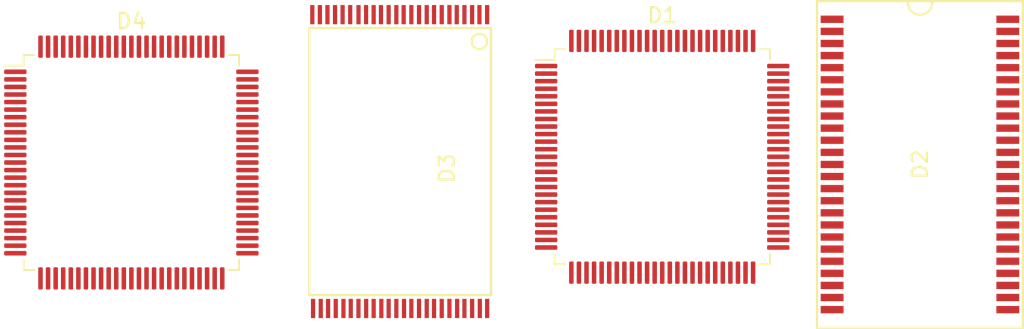
<source format=kicad_pcb>
(kicad_pcb (version 20211014) (generator pcbnew)
  (layers (0 "F.Cu" signal) (31 "B.Cu" signal) (34 "B.Paste" user) (35 "F.Paste" user) (36 "B.SilkS" user "B.Silkscreen") (37 "F.SilkS" user "F.Silkscreen") (38 "B.Mask" user) (39 "F.Mask" user) (44 "Edge.Cuts" user))
  (net 0 "")
  (net 1 "/A16")
  (net 2 "/A15")
  (net 3 "/A14")
  (net 4 "Net-(D1-Pad97)")
  (net 5 "/A13")
  (net 6 "/A12")
  (net 7 "/A11")
  (net 8 "/A10")
  (net 9 "/A9")
  (net 10 "/A8")
  (net 11 "/A7")
  (net 12 "/A6")
  (net 13 "/A5")
  (net 14 "/A4")
  (net 15 "/A3")
  (net 16 "/A2")
  (net 17 "/A1")
  (net 18 "/A0")
  (net 19 "Net-(D1-Pad81)")
  (net 20 "Net-(D1-Pad80)")
  (net 21 "Net-(D1-Pad79)")
  (net 22 "Net-(D1-Pad78)")
  (net 23 "Net-(D1-Pad77)")
  (net 24 "Net-(D1-Pad76)")
  (net 25 "Net-(D1-Pad58)")
  (net 26 "Net-(D1-Pad57)")
  (net 27 "Net-(D1-Pad56)")
  (net 28 "Net-(D1-Pad55)")
  (net 29 "Net-(D1-Pad54)")
  (net 30 "Net-(D1-Pad53)")
  (net 31 "Net-(D1-Pad52)")
  (net 32 "Net-(D1-Pad51)")
  (net 33 "Net-(D1-Pad50)")
  (net 34 "Net-(D1-Pad48)")
  (net 35 "Net-(D1-Pad47)")
  (net 36 "Net-(D1-Pad46)")
  (net 37 "Net-(D1-Pad45)")
  (net 38 "Net-(D1-Pad44)")
  (net 39 "Net-(D1-Pad43)")
  (net 40 "Net-(D1-Pad42)")
  (net 41 "Net-(D1-Pad41)")
  (net 42 "Net-(D1-Pad40)")
  (net 43 "Net-(D1-Pad39)")
  (net 44 "Net-(D1-Pad38)")
  (net 45 "Net-(D1-Pad37)")
  (net 46 "Net-(D1-Pad36)")
  (net 47 "Net-(D1-Pad35)")
  (net 48 "Net-(D1-Pad34)")
  (net 49 "Net-(D1-Pad33)")
  (net 50 "Net-(D1-Pad32)")
  (net 51 "Net-(D1-Pad30)")
  (net 52 "Net-(D1-Pad29)")
  (net 53 "Net-(D1-Pad28)")
  (net 54 "Net-(D1-Pad27)")
  (net 55 "Net-(D1-Pad26)")
  (net 56 "Net-(D1-Pad25)")
  (net 57 "Net-(D1-Pad24)")
  (net 58 "Net-(D1-Pad23)")
  (net 59 "Net-(D1-Pad22)")
  (net 60 "Net-(D1-Pad21)")
  (net 61 "Net-(D1-Pad20)")
  (net 62 "Net-(D1-Pad19)")
  (net 63 "Net-(D1-Pad18)")
  (net 64 "Net-(D1-Pad17)")
  (net 65 "Net-(D1-Pad16)")
  (net 66 "Net-(D1-Pad15)")
  (net 67 "Net-(D1-Pad14)")
  (net 68 "Net-(D1-Pad13)")
  (net 69 "Net-(D1-Pad12)")
  (net 70 "Net-(D1-Pad11)")
  (net 71 "Net-(D1-Pad10)")
  (net 72 "Net-(D1-Pad9)")
  (net 73 "Net-(D1-Pad7)")
  (net 74 "Net-(D1-Pad6)")
  (net 75 "Net-(D1-Pad5)")
  (net 76 "Net-(D1-Pad4)")
  (net 77 "/A19")
  (net 78 "/A18")
  (net 79 "/A17")
  (net 80 "/D0")
  (net 81 "/D1")
  (net 82 "/D2")
  (net 83 "/D3")
  (net 84 "/D4")
  (net 85 "/D5")
  (net 86 "/D6")
  (net 87 "/D7")
  (net 88 "/D8")
  (net 89 "/D9")
  (net 90 "/D10")
  (net 91 "/D11")
  (net 92 "/D12")
  (net 93 "/D13")
  (net 94 "/D14")
  (net 95 "/D15")
  (net 96 "Net-(D2-Pad14)")
  (net 97 "Net-(D2-Pad13)")
  (net 98 "Net-(D2-Pad38)")
  (net 99 "Net-(D2-Pad37)")
  (net 100 "Net-(D2-Pad36)")
  (net 101 "Net-(D3-Pad47)")
  (net 102 "Net-(D3-Pad15)")
  (net 103 "Net-(D3-Pad12)")
  (net 104 "Net-(D3-Pad11)")
  (net 105 "Net-(D3-Pad26)")
  (net 106 "Net-(D3-Pad28)")
  (net 107 "+3V3")
  (net 108 "GNDD")
  (net 109 "Net-(D4-Pad100)")
  (net 110 "Net-(D4-Pad99)")
  (net 111 "Net-(D4-Pad98)")
  (net 112 "Net-(D4-Pad97)")
  (net 113 "Net-(D4-Pad96)")
  (net 114 "Net-(D4-Pad95)")
  (net 115 "Net-(D4-Pad94)")
  (net 116 "Net-(D4-Pad93)")
  (net 117 "Net-(D4-Pad92)")
  (net 118 "Net-(D4-Pad91)")
  (net 119 "Net-(D4-Pad90)")
  (net 120 "Net-(D4-Pad89)")
  (net 121 "Net-(D4-Pad88)")
  (net 122 "Net-(D4-Pad87)")
  (net 123 "Net-(D4-Pad86)")
  (net 124 "Net-(D4-Pad85)")
  (net 125 "Net-(D4-Pad84)")
  (net 126 "Net-(D4-Pad83)")
  (net 127 "Net-(D4-Pad82)")
  (net 128 "Net-(D4-Pad81)")
  (net 129 "Net-(D4-Pad80)")
  (net 130 "Net-(D4-Pad79)")
  (net 131 "Net-(D4-Pad78)")
  (net 132 "Net-(D4-Pad77)")
  (net 133 "Net-(D4-Pad76)")
  (net 134 "Net-(D4-Pad64)")
  (net 135 "Net-(D4-Pad62)")
  (net 136 "Net-(D4-Pad61)")
  (net 137 "Net-(D4-Pad60)")
  (net 138 "Net-(D4-Pad59)")
  (net 139 "Net-(D4-Pad58)")
  (net 140 "Net-(D4-Pad54)")
  (net 141 "Net-(D4-Pad53)")
  (net 142 "Net-(D4-Pad52)")
  (net 143 "Net-(D4-Pad51)")
  (net 144 "Net-(D4-Pad50)")
  (net 145 "Net-(D4-Pad48)")
  (net 146 "Net-(D4-Pad47)")
  (net 147 "Net-(D4-Pad46)")
  (net 148 "Net-(D4-Pad45)")
  (net 149 "Net-(D4-Pad44)")
  (net 150 "Net-(D4-Pad43)")
  (net 151 "Net-(D4-Pad42)")
  (net 152 "Net-(D4-Pad41)")
  (net 153 "Net-(D4-Pad40)")
  (net 154 "Net-(D4-Pad39)")
  (net 155 "Net-(D4-Pad38)")
  (net 156 "Net-(D4-Pad37)")
  (net 157 "Net-(D4-Pad36)")
  (net 158 "Net-(D4-Pad35)")
  (net 159 "Net-(D4-Pad34)")
  (net 160 "Net-(D4-Pad33)")
  (net 161 "Net-(D4-Pad32)")
  (net 162 "Net-(D4-Pad31)")
  (net 163 "Net-(D4-Pad30)")
  (net 164 "Net-(D4-Pad28)")
  (net 165 "Net-(D4-Pad17)")
  (net 166 "Net-(D4-Pad12)")
  (net 167 "Net-(D4-Pad11)")
  (net 168 "Net-(D4-Pad7)")
  (net 169 "Net-(D4-Pad2)")
  (net 170 "Net-(D4-Pad1)")
  (footprint "Package_QFP:TQFP-100_14x14mm_P0.5mm" (layer "F.Cu") (at 135.382 91.694)
    (fp_text reference "D1" (at 0 -9.35) (layer "F.SilkS"))
    (fp_text value "MC68EZ328-TQFP")
    (fp_line (start 7.11 -7.11) (end 7.11 -6.41) (layer "F.SilkS") (width 0.12))
    (fp_line (start -7.11 7.11) (end -7.11 6.41) (layer "F.SilkS") (width 0.12))
    (fp_line (start -7.11 -6.41) (end -8.4 -6.41) (layer "F.SilkS") (width 0.12))
    (fp_line (start 7.11 7.11) (end 7.11 6.41) (layer "F.SilkS") (width 0.12))
    (fp_line (start -7.11 -7.11) (end -7.11 -6.41) (layer "F.SilkS") (width 0.12))
    (fp_line (start 6.41 -7.11) (end 7.11 -7.11) (layer "F.SilkS") (width 0.12))
    (fp_line (start -6.41 -7.11) (end -7.11 -7.11) (layer "F.SilkS") (width 0.12))
    (fp_line (start -6.41 7.11) (end -7.11 7.11) (layer "F.SilkS") (width 0.12))
    (fp_line (start 6.41 7.11) (end 7.11 7.11) (layer "F.SilkS") (width 0.12))
    (pad "1" smd roundrect locked (at -7.6625 -6) (size 1.475 0.3) (layers "F.Cu" "F.Paste" "F.Mask") (net 79 "/A17"))
    (pad "2" smd roundrect locked (at -7.6625 -5.5) (size 1.475 0.3) (layers "F.Cu" "F.Paste" "F.Mask") (net 78 "/A18"))
    (pad "3" smd roundrect locked (at -7.6625 -5) (size 1.475 0.3) (layers "F.Cu" "F.Paste" "F.Mask") (net 77 "/A19"))
    (pad "4" smd roundrect locked (at -7.6625 -4.5) (size 1.475 0.3) (layers "F.Cu" "F.Paste" "F.Mask") (net 76 "Net-(D1-Pad4)"))
    (pad "5" smd roundrect locked (at -7.6625 -4) (size 1.475 0.3) (layers "F.Cu" "F.Paste" "F.Mask") (net 75 "Net-(D1-Pad5)"))
    (pad "6" smd roundrect locked (at -7.6625 -3.5) (size 1.475 0.3) (layers "F.Cu" "F.Paste" "F.Mask") (net 74 "Net-(D1-Pad6)"))
    (pad "7" smd roundrect locked (at -7.6625 -3) (size 1.475 0.3) (layers "F.Cu" "F.Paste" "F.Mask") (net 73 "Net-(D1-Pad7)"))
    (pad "8" smd roundrect locked (at -7.6625 -2.5) (size 1.475 0.3) (layers "F.Cu" "F.Paste" "F.Mask") (net 108 "GNDD"))
    (pad "9" smd roundrect locked (at -7.6625 -2) (size 1.475 0.3) (layers "F.Cu" "F.Paste" "F.Mask") (net 72 "Net-(D1-Pad9)"))
    (pad "10" smd roundrect locked (at -7.6625 -1.5) (size 1.475 0.3) (layers "F.Cu" "F.Paste" "F.Mask") (net 71 "Net-(D1-Pad10)"))
    (pad "11" smd roundrect locked (at -7.6625 -1) (size 1.475 0.3) (layers "F.Cu" "F.Paste" "F.Mask") (net 70 "Net-(D1-Pad11)"))
    (pad "12" smd roundrect locked (at -7.6625 -0.5) (size 1.475 0.3) (layers "F.Cu" "F.Paste" "F.Mask") (net 69 "Net-(D1-Pad12)"))
    (pad "13" smd roundrect locked (at -7.6625 0) (size 1.475 0.3) (layers "F.Cu" "F.Paste" "F.Mask") (net 68 "Net-(D1-Pad13)"))
    (pad "14" smd roundrect locked (at -7.6625 0.5) (size 1.475 0.3) (layers "F.Cu" "F.Paste" "F.Mask") (net 67 "Net-(D1-Pad14)"))
    (pad "15" smd roundrect locked (at -7.6625 1) (size 1.475 0.3) (layers "F.Cu" "F.Paste" "F.Mask") (net 66 "Net-(D1-Pad15)"))
    (pad "16" smd roundrect locked (at -7.6625 1.5) (size 1.475 0.3) (layers "F.Cu" "F.Paste" "F.Mask") (net 65 "Net-(D1-Pad16)"))
    (pad "17" smd roundrect locked (at -7.6625 2) (size 1.475 0.3) (layers "F.Cu" "F.Paste" "F.Mask") (net 64 "Net-(D1-Pad17)"))
    (pad "18" smd roundrect locked (at -7.6625 2.5) (size 1.475 0.3) (layers "F.Cu" "F.Paste" "F.Mask") (net 63 "Net-(D1-Pad18)"))
    (pad "19" smd roundrect locked (at -7.6625 3) (size 1.475 0.3) (layers "F.Cu" "F.Paste" "F.Mask") (net 62 "Net-(D1-Pad19)"))
    (pad "20" smd roundrect locked (at -7.6625 3.5) (size 1.475 0.3) (layers "F.Cu" "F.Paste" "F.Mask") (net 61 "Net-(D1-Pad20)"))
    (pad "21" smd roundrect locked (at -7.6625 4) (size 1.475 0.3) (layers "F.Cu" "F.Paste" "F.Mask") (net 60 "Net-(D1-Pad21)"))
    (pad "22" smd roundrect locked (at -7.6625 4.5) (size 1.475 0.3) (layers "F.Cu" "F.Paste" "F.Mask") (net 59 "Net-(D1-Pad22)"))
    (pad "23" smd roundrect locked (at -7.6625 5) (size 1.475 0.3) (layers "F.Cu" "F.Paste" "F.Mask") (net 58 "Net-(D1-Pad23)"))
    (pad "24" smd roundrect locked (at -7.6625 5.5) (size 1.475 0.3) (layers "F.Cu" "F.Paste" "F.Mask") (net 57 "Net-(D1-Pad24)"))
    (pad "25" smd roundrect locked (at -7.6625 6) (size 1.475 0.3) (layers "F.Cu" "F.Paste" "F.Mask") (net 56 "Net-(D1-Pad25)"))
    (pad "26" smd roundrect locked (at -6 7.6625) (size 0.3 1.475) (layers "F.Cu" "F.Paste" "F.Mask") (net 55 "Net-(D1-Pad26)"))
    (pad "27" smd roundrect locked (at -5.5 7.6625) (size 0.3 1.475) (layers "F.Cu" "F.Paste" "F.Mask") (net 54 "Net-(D1-Pad27)"))
    (pad "28" smd roundrect locked (at -5 7.6625) (size 0.3 1.475) (layers "F.Cu" "F.Paste" "F.Mask") (net 53 "Net-(D1-Pad28)"))
    (pad "29" smd roundrect locked (at -4.5 7.6625) (size 0.3 1.475) (layers "F.Cu" "F.Paste" "F.Mask") (net 52 "Net-(D1-Pad29)"))
    (pad "30" smd roundrect locked (at -4 7.6625) (size 0.3 1.475) (layers "F.Cu" "F.Paste" "F.Mask") (net 51 "Net-(D1-Pad30)"))
    (pad "31" smd roundrect locked (at -3.5 7.6625) (size 0.3 1.475) (layers "F.Cu" "F.Paste" "F.Mask") (net 108 "GNDD"))
    (pad "32" smd roundrect locked (at -3 7.6625) (size 0.3 1.475) (layers "F.Cu" "F.Paste" "F.Mask") (net 50 "Net-(D1-Pad32)"))
    (pad "33" smd roundrect locked (at -2.5 7.6625) (size 0.3 1.475) (layers "F.Cu" "F.Paste" "F.Mask") (net 49 "Net-(D1-Pad33)"))
    (pad "34" smd roundrect locked (at -2 7.6625) (size 0.3 1.475) (layers "F.Cu" "F.Paste" "F.Mask") (net 48 "Net-(D1-Pad34)"))
    (pad "35" smd roundrect locked (at -1.5 7.6625) (size 0.3 1.475) (layers "F.Cu" "F.Paste" "F.Mask") (net 47 "Net-(D1-Pad35)"))
    (pad "36" smd roundrect locked (at -1 7.6625) (size 0.3 1.475) (layers "F.Cu" "F.Paste" "F.Mask") (net 46 "Net-(D1-Pad36)"))
    (pad "37" smd roundrect locked (at -0.5 7.6625) (size 0.3 1.475) (layers "F.Cu" "F.Paste" "F.Mask") (net 45 "Net-(D1-Pad37)"))
    (pad "38" smd roundrect locked (at 0 7.6625) (size 0.3 1.475) (layers "F.Cu" "F.Paste" "F.Mask") (net 44 "Net-(D1-Pad38)"))
    (pad "39" smd roundrect locked (at 0.5 7.6625) (size 0.3 1.475) (layers "F.Cu" "F.Paste" "F.Mask") (net 43 "Net-(D1-Pad39)"))
    (pad "40" smd roundrect locked (at 1 7.6625) (size 0.3 1.475) (layers "F.Cu" "F.Paste" "F.Mask") (net 42 "Net-(D1-Pad40)"))
    (pad "41" smd roundrect locked (at 1.5 7.6625) (size 0.3 1.475) (layers "F.Cu" "F.Paste" "F.Mask") (net 41 "Net-(D1-Pad41)"))
    (pad "42" smd roundrect locked (at 2 7.6625) (size 0.3 1.475) (layers "F.Cu" "F.Paste" "F.Mask") (net 40 "Net-(D1-Pad42)"))
    (pad "43" smd roundrect locked (at 2.5 7.6625) (size 0.3 1.475) (layers "F.Cu" "F.Paste" "F.Mask") (net 39 "Net-(D1-Pad43)"))
    (pad "44" smd roundrect locked (at 3 7.6625) (size 0.3 1.475) (layers "F.Cu" "F.Paste" "F.Mask") (net 38 "Net-(D1-Pad44)"))
    (pad "45" smd roundrect locked (at 3.5 7.6625) (size 0.3 1.475) (layers "F.Cu" "F.Paste" "F.Mask") (net 37 "Net-(D1-Pad45)"))
    (pad "46" smd roundrect locked (at 4 7.6625) (size 0.3 1.475) (layers "F.Cu" "F.Paste" "F.Mask") (net 36 "Net-(D1-Pad46)"))
    (pad "47" smd roundrect locked (at 4.5 7.6625) (size 0.3 1.475) (layers "F.Cu" "F.Paste" "F.Mask") (net 35 "Net-(D1-Pad47)"))
    (pad "48" smd roundrect locked (at 5 7.6625) (size 0.3 1.475) (layers "F.Cu" "F.Paste" "F.Mask") (net 34 "Net-(D1-Pad48)"))
    (pad "49" smd roundrect locked (at 5.5 7.6625) (size 0.3 1.475) (layers "F.Cu" "F.Paste" "F.Mask") (net 108 "GNDD"))
    (pad "50" smd roundrect locked (at 6 7.6625) (size 0.3 1.475) (layers "F.Cu" "F.Paste" "F.Mask") (net 33 "Net-(D1-Pad50)"))
    (pad "51" smd roundrect locked (at 7.6625 6) (size 1.475 0.3) (layers "F.Cu" "F.Paste" "F.Mask") (net 32 "Net-(D1-Pad51)"))
    (pad "52" smd roundrect locked (at 7.6625 5.5) (size 1.475 0.3) (layers "F.Cu" "F.Paste" "F.Mask") (net 31 "Net-(D1-Pad52)"))
    (pad "53" smd roundrect locked (at 7.6625 5) (size 1.475 0.3) (layers "F.Cu" "F.Paste" "F.Mask") (net 30 "Net-(D1-Pad53)"))
    (pad "54" smd roundrect locked (at 7.6625 4.5) (size 1.475 0.3) (layers "F.Cu" "F.Paste" "F.Mask") (net 29 "Net-(D1-Pad54)"))
    (pad "55" smd roundrect locked (at 7.6625 4) (size 1.475 0.3) (layers "F.Cu" "F.Paste" "F.Mask") (net 28 "Net-(D1-Pad55)"))
    (pad "56" smd roundrect locked (at 7.6625 3.5) (size 1.475 0.3) (layers "F.Cu" "F.Paste" "F.Mask") (net 27 "Net-(D1-Pad56)"))
    (pad "57" smd roundrect locked (at 7.6625 3) (size 1.475 0.3) (layers "F.Cu" "F.Paste" "F.Mask") (net 26 "Net-(D1-Pad57)"))
    (pad "58" smd roundrect locked (at 7.6625 2.5) (size 1.475 0.3) (layers "F.Cu" "F.Paste" "F.Mask") (net 25 "Net-(D1-Pad58)"))
    (pad "59" smd roundrect locked (at 7.6625 2) (size 1.475 0.3) (layers "F.Cu" "F.Paste" "F.Mask") (net 95 "/D15"))
    (pad "60" smd roundrect locked (at 7.6625 1.5) (size 1.475 0.3) (layers "F.Cu" "F.Paste" "F.Mask") (net 94 "/D14"))
    (pad "61" smd roundrect locked (at 7.6625 1) (size 1.475 0.3) (layers "F.Cu" "F.Paste" "F.Mask") (net 93 "/D13"))
    (pad "62" smd roundrect locked (at 7.6625 0.5) (size 1.475 0.3) (layers "F.Cu" "F.Paste" "F.Mask") (net 92 "/D12"))
    (pad "63" smd roundrect locked (at 7.6625 0) (size 1.475 0.3) (layers "F.Cu" "F.Paste" "F.Mask") (net 91 "/D11"))
    (pad "64" smd roundrect locked (at 7.6625 -0.5) (size 1.475 0.3) (layers "F.Cu" "F.Paste" "F.Mask") (net 90 "/D10"))
    (pad "65" smd roundrect locked (at 7.6625 -1) (size 1.475 0.3) (layers "F.Cu" "F.Paste" "F.Mask") (net 89 "/D9"))
    (pad "66" smd roundrect locked (at 7.6625 -1.5) (size 1.475 0.3) (layers "F.Cu" "F.Paste" "F.Mask") (net 88 "/D8"))
    (pad "67" smd roundrect locked (at 7.6625 -2) (size 1.475 0.3) (layers "F.Cu" "F.Paste" "F.Mask") (net 108 "GNDD"))
    (pad "68" smd roundrect locked (at 7.6625 -2.5) (size 1.475 0.3) (layers "F.Cu" "F.Paste" "F.Mask") (net 87 "/D7"))
    (pad "69" smd roundrect locked (at 7.6625 -3) (size 1.475 0.3) (layers "F.Cu" "F.Paste" "F.Mask") (net 86 "/D6"))
    (pad "70" smd roundrect locked (at 7.6625 -3.5) (size 1.475 0.3) (layers "F.Cu" "F.Paste" "F.Mask") (net 85 "/D5"))
    (pad "71" smd roundrect locked (at 7.6625 -4) (size 1.475 0.3) (layers "F.Cu" "F.Paste" "F.Mask") (net 84 "/D4"))
    (pad "72" smd roundrect locked (at 7.6625 -4.5) (size 1.475 0.3) (layers "F.Cu" "F.Paste" "F.Mask") (net 83 "/D3"))
    (pad "73" smd roundrect locked (at 7.6625 -5) (size 1.475 0.3) (layers "F.Cu" "F.Paste" "F.Mask") (net 82 "/D2"))
    (pad "74" smd roundrect locked (at 7.6625 -5.5) (size 1.475 0.3) (layers "F.Cu" "F.Paste" "F.Mask") (net 81 "/D1"))
    (pad "75" smd roundrect locked (at 7.6625 -6) (size 1.475 0.3) (layers "F.Cu" "F.Paste" "F.Mask") (net 80 "/D0"))
    (pad "76" smd roundrect locked (at 6 -7.6625) (size 0.3 1.475) (layers "F.Cu" "F.Paste" "F.Mask") (net 24 "Net-(D1-Pad76)"))
    (pad "77" smd roundrect locked (at 5.5 -7.6625) (size 0.3 1.475) (layers "F.Cu" "F.Paste" "F.Mask") (net 23 "Net-(D1-Pad77)"))
    (pad "78" smd roundrect locked (at 5 -7.6625) (size 0.3 1.475) (layers "F.Cu" "F.Paste" "F.Mask") (net 22 "Net-(D1-Pad78)"))
    (pad "79" smd roundrect locked (at 4.5 -7.6625) (size 0.3 1.475) (layers "F.Cu" "F.Paste" "F.Mask") (net 21 "Net-(D1-Pad79)"))
    (pad "80" smd roundrect locked (at 4 -7.6625) (size 0.3 1.475) (layers "F.Cu" "F.Paste" "F.Mask") (net 20 "Net-(D1-Pad80)"))
    (pad "81" smd roundrect locked (at 3.5 -7.6625) (size 0.3 1.475) (layers "F.Cu" "F.Paste" "F.Mask") (net 19 "Net-(D1-Pad81)"))
    (pad "82" smd roundrect locked (at 3 -7.6625) (size 0.3 1.475) (layers "F.Cu" "F.Paste" "F.Mask") (net 18 "/A0"))
    (pad "83" smd roundrect locked (at 2.5 -7.6625) (size 0.3 1.475) (layers "F.Cu" "F.Paste" "F.Mask") (net 17 "/A1"))
    (pad "84" smd roundrect locked (at 2 -7.6625) (size 0.3 1.475) (layers "F.Cu" "F.Paste" "F.Mask") (net 16 "/A2"))
    (pad "85" smd roundrect locked (at 1.5 -7.6625) (size 0.3 1.475) (layers "F.Cu" "F.Paste" "F.Mask") (net 15 "/A3"))
    (pad "86" smd roundrect locked (at 1 -7.6625) (size 0.3 1.475) (layers "F.Cu" "F.Paste" "F.Mask") (net 14 "/A4"))
    (pad "87" smd roundrect locked (at 0.5 -7.6625) (size 0.3 1.475) (layers "F.Cu" "F.Paste" "F.Mask") (net 108 "GNDD"))
    (pad "88" smd roundrect locked (at 0 -7.6625) (size 0.3 1.475) (layers "F.Cu" "F.Paste" "F.Mask") (net 13 "/A5"))
    (pad "89" smd roundrect locked (at -0.5 -7.6625) (size 0.3 1.475) (layers "F.Cu" "F.Paste" "F.Mask") (net 12 "/A6"))
    (pad "90" smd roundrect locked (at -1 -7.6625) (size 0.3 1.475) (layers "F.Cu" "F.Paste" "F.Mask") (net 11 "/A7"))
    (pad "91" smd roundrect locked (at -1.5 -7.6625) (size 0.3 1.475) (layers "F.Cu" "F.Paste" "F.Mask") (net 10 "/A8"))
    (pad "92" smd roundrect locked (at -2 -7.6625) (size 0.3 1.475) (layers "F.Cu" "F.Paste" "F.Mask") (net 9 "/A9"))
    (pad "93" smd roundrect locked (at -2.5 -7.6625) (size 0.3 1.475) (layers "F.Cu" "F.Paste" "F.Mask") (net 8 "/A10"))
    (pad "94" smd roundrect locked (at -3 -7.6625) (size 0.3 1.475) (layers "F.Cu" "F.Paste" "F.Mask") (net 7 "/A11"))
    (pad "95" smd roundrect locked (at -3.5 -7.6625) (size 0.3 1.475) (layers "F.Cu" "F.Paste" "F.Mask") (net 6 "/A12"))
    (pad "96" smd roundrect locked (at -4 -7.6625) (size 0.3 1.475) (layers "F.Cu" "F.Paste" "F.Mask") (net 5 "/A13"))
    (pad "97" smd roundrect locked (at -4.5 -7.6625) (size 0.3 1.475) (layers "F.Cu" "F.Paste" "F.Mask") (net 4 "Net-(D1-Pad97)"))
    (pad "98" smd roundrect locked (at -5 -7.6625) (size 0.3 1.475) (layers "F.Cu" "F.Paste" "F.Mask") (net 3 "/A14"))
    (pad "99" smd roundrect locked (at -5.5 -7.6625) (size 0.3 1.475) (layers "F.Cu" "F.Paste" "F.Mask") (net 2 "/A15"))
    (pad "100" smd roundrect locked (at -6 -7.6625) (size 0.3 1.475) (layers "F.Cu" "F.Paste" "F.Mask") (net 1 "/A16"))
  )
  (footprint "ucsimm:TSOP_II_50" (layer "F.Cu") (at 152.4 92.202 -90)
    (fp_text reference "D2" (at 0 0 90) (layer "F.SilkS"))
    (fp_text value "K4E641612D")
    (fp_line (start -10.8 6.8) (end -10.8 -6.8) (layer "F.SilkS") (width 0.15))
    (fp_line (start 10.8 6.8) (end -10.8 6.8) (layer "F.SilkS") (width 0.15))
    (fp_line (start 10.8 -6.8) (end 10.8 6.8) (layer "F.SilkS") (width 0.15))
    (fp_line (start -10.8 -6.8) (end 10.8 -6.8) (layer "F.SilkS") (width 0.15))
    (fp_arc (start -10.7 -0.8) (mid -9.9 0) (end -10.7 0.8) (layer "F.SilkS") (width 0.15))
    (pad "1" smd rect locked (at -9.6 5.8 270) (size 0.485 1.51) (layers "F.Cu" "F.Paste" "F.Mask") (net 107 "+3V3"))
    (pad "2" smd rect locked (at -8.8 5.8 270) (size 0.485 1.51) (layers "F.Cu" "F.Paste" "F.Mask") (net 80 "/D0"))
    (pad "3" smd rect locked (at -8 5.8 270) (size 0.485 1.51) (layers "F.Cu" "F.Paste" "F.Mask") (net 81 "/D1"))
    (pad "4" smd rect locked (at -7.2 5.8 270) (size 0.485 1.51) (layers "F.Cu" "F.Paste" "F.Mask") (net 82 "/D2"))
    (pad "5" smd rect locked (at -6.4 5.8 270) (size 0.485 1.51) (layers "F.Cu" "F.Paste" "F.Mask") (net 83 "/D3"))
    (pad "6" smd rect locked (at -5.6 5.8 270) (size 0.485 1.51) (layers "F.Cu" "F.Paste" "F.Mask") (net 107 "+3V3"))
    (pad "7" smd rect locked (at -4.8 5.8 270) (size 0.485 1.51) (layers "F.Cu" "F.Paste" "F.Mask") (net 84 "/D4"))
    (pad "8" smd rect locked (at -4 5.8 270) (size 0.485 1.51) (layers "F.Cu" "F.Paste" "F.Mask") (net 85 "/D5"))
    (pad "9" smd rect locked (at -3.2 5.8 270) (size 0.485 1.51) (layers "F.Cu" "F.Paste" "F.Mask") (net 86 "/D6"))
    (pad "10" smd rect locked (at -2.4 5.8 270) (size 0.485 1.51) (layers "F.Cu" "F.Paste" "F.Mask") (net 87 "/D7"))
    (pad "11" smd rect locked (at -1.6 5.8 270) (size 0.485 1.51) (layers "F.Cu" "F.Paste" "F.Mask"))
    (pad "12" smd rect locked (at -0.8 5.8 270) (size 0.485 1.51) (layers "F.Cu" "F.Paste" "F.Mask") (net 107 "+3V3"))
    (pad "13" smd rect locked (at 0 5.8 270) (size 0.485 1.51) (layers "F.Cu" "F.Paste" "F.Mask") (net 97 "Net-(D2-Pad13)"))
    (pad "14" smd rect locked (at 0.8 5.8 270) (size 0.485 1.51) (layers "F.Cu" "F.Paste" "F.Mask") (net 96 "Net-(D2-Pad14)"))
    (pad "15" smd rect locked (at 1.6 5.8 270) (size 0.485 1.51) (layers "F.Cu" "F.Paste" "F.Mask"))
    (pad "16" smd rect locked (at 2.4 5.8 270) (size 0.485 1.51) (layers "F.Cu" "F.Paste" "F.Mask"))
    (pad "17" smd rect locked (at 3.2 5.8 270) (size 0.485 1.51) (layers "F.Cu" "F.Paste" "F.Mask"))
    (pad "18" smd rect locked (at 4 5.8 270) (size 0.485 1.51) (layers "F.Cu" "F.Paste" "F.Mask"))
    (pad "19" smd rect locked (at 4.8 5.8 270) (size 0.485 1.51) (layers "F.Cu" "F.Paste" "F.Mask") (net 18 "/A0"))
    (pad "20" smd rect locked (at 5.6 5.8 270) (size 0.485 1.51) (layers "F.Cu" "F.Paste" "F.Mask") (net 17 "/A1"))
    (pad "21" smd rect locked (at 6.4 5.8 270) (size 0.485 1.51) (layers "F.Cu" "F.Paste" "F.Mask") (net 16 "/A2"))
    (pad "22" smd rect locked (at 7.2 5.8 270) (size 0.485 1.51) (layers "F.Cu" "F.Paste" "F.Mask") (net 15 "/A3"))
    (pad "23" smd rect locked (at 8 5.8 270) (size 0.485 1.51) (layers "F.Cu" "F.Paste" "F.Mask") (net 14 "/A4"))
    (pad "24" smd rect locked (at 8.8 5.8 270) (size 0.485 1.51) (layers "F.Cu" "F.Paste" "F.Mask") (net 13 "/A5"))
    (pad "25" smd rect locked (at 9.6 5.8 270) (size 0.485 1.51) (layers "F.Cu" "F.Paste" "F.Mask") (net 107 "+3V3"))
    (pad "26" smd rect locked (at 9.6 -5.8 270) (size 0.485 1.51) (layers "F.Cu" "F.Paste" "F.Mask") (net 108 "GNDD"))
    (pad "27" smd rect locked (at 8.8 -5.8 270) (size 0.485 1.51) (layers "F.Cu" "F.Paste" "F.Mask") (net 12 "/A6"))
    (pad "28" smd rect locked (at 8 -5.8 270) (size 0.485 1.51) (layers "F.Cu" "F.Paste" "F.Mask") (net 11 "/A7"))
    (pad "29" smd rect locked (at 7.2 -5.8 270) (size 0.485 1.51) (layers "F.Cu" "F.Paste" "F.Mask") (net 10 "/A8"))
    (pad "30" smd rect locked (at 6.4 -5.8 270) (size 0.485 1.51) (layers "F.Cu" "F.Paste" "F.Mask") (net 9 "/A9"))
    (pad "31" smd rect locked (at 5.6 -5.8 270) (size 0.485 1.51) (layers "F.Cu" "F.Paste" "F.Mask") (net 8 "/A10"))
    (pad "32" smd rect locked (at 4.8 -5.8 270) (size 0.485 1.51) (layers "F.Cu" "F.Paste" "F.Mask") (net 7 "/A11"))
    (pad "33" smd rect locked (at 4 -5.8 270) (size 0.485 1.51) (layers "F.Cu" "F.Paste" "F.Mask"))
    (pad "34" smd rect locked (at 3.2 -5.8 270) (size 0.485 1.51) (layers "F.Cu" "F.Paste" "F.Mask"))
    (pad "35" smd rect locked (at 2.4 -5.8 270) (size 0.485 1.51) (layers "F.Cu" "F.Paste" "F.Mask"))
    (pad "36" smd rect locked (at 1.6 -5.8 270) (size 0.485 1.51) (layers "F.Cu" "F.Paste" "F.Mask") (net 100 "Net-(D2-Pad36)"))
    (pad "37" smd rect locked (at 0.8 -5.8 270) (size 0.485 1.51) (layers "F.Cu" "F.Paste" "F.Mask") (net 99 "Net-(D2-Pad37)"))
    (pad "38" smd rect locked (at 0 -5.8 270) (size 0.485 1.51) (layers "F.Cu" "F.Paste" "F.Mask") (net 98 "Net-(D2-Pad38)"))
    (pad "39" smd rect locked (at -0.8 -5.8 270) (size 0.485 1.51) (layers "F.Cu" "F.Paste" "F.Mask") (net 108 "GNDD"))
    (pad "40" smd rect locked (at -1.6 -5.8 270) (size 0.485 1.51) (layers "F.Cu" "F.Paste" "F.Mask"))
    (pad "41" smd rect locked (at -2.4 -5.8 270) (size 0.485 1.51) (layers "F.Cu" "F.Paste" "F.Mask") (net 88 "/D8"))
    (pad "42" smd rect locked (at -3.2 -5.8 270) (size 0.485 1.51) (layers "F.Cu" "F.Paste" "F.Mask") (net 89 "/D9"))
    (pad "43" smd rect locked (at -4 -5.8 270) (size 0.485 1.51) (layers "F.Cu" "F.Paste" "F.Mask") (net 90 "/D10"))
    (pad "44" smd rect locked (at -4.8 -5.8 270) (size 0.485 1.51) (layers "F.Cu" "F.Paste" "F.Mask") (net 91 "/D11"))
    (pad "45" smd rect locked (at -5.6 -5.8 270) (size 0.485 1.51) (layers "F.Cu" "F.Paste" "F.Mask") (net 108 "GNDD"))
    (pad "46" smd rect locked (at -6.4 -5.8 270) (size 0.485 1.51) (layers "F.Cu" "F.Paste" "F.Mask") (net 92 "/D12"))
    (pad "47" smd rect locked (at -7.2 -5.8 270) (size 0.485 1.51) (layers "F.Cu" "F.Paste" "F.Mask") (net 93 "/D13"))
    (pad "48" smd rect locked (at -8 -5.8 270) (size 0.485 1.51) (layers "F.Cu" "F.Paste" "F.Mask") (net 94 "/D14"))
    (pad "49" smd rect locked (at -8.8 -5.8 270) (size 0.485 1.51) (layers "F.Cu" "F.Paste" "F.Mask") (net 95 "/D15"))
    (pad "50" smd rect locked (at -9.6 -5.8 270) (size 0.485 1.51) (layers "F.Cu" "F.Paste" "F.Mask") (net 108 "GNDD"))
  )
  (footprint "ucsimm:TSOP48" (layer "F.Cu") (at 118.11 91.948 180)
    (fp_text reference "D3" (at -3.055 -0.508 90) (layer "F.SilkS"))
    (fp_text value "Am29LV160D")
    (fp_line (start 6.036 8.763) (end -5.964 8.763) (layer "F.SilkS") (width 0.15))
    (fp_line (start -5.964 -8.89) (end 6.036 -8.89) (layer "F.SilkS") (width 0.15))
    (fp_line (start 6.036 -8.89) (end 6.036 8.763) (layer "F.SilkS") (width 0.15))
    (fp_line (start -5.964 8.763) (end -5.964 -8.89) (layer "F.SilkS") (width 0.15))
    (fp_circle (center -5.202 7.874) (end -5.202 8.382) (layer "F.SilkS") (width 0.15) (fill none))
    (pad "1" smd rect locked (at -5.71 9.652 180) (size 0.2794 1.27) (layers "F.Cu" "F.Paste" "F.Mask") (net 2 "/A15"))
    (pad "2" smd rect locked (at -5.202 9.652 180) (size 0.2794 1.27) (layers "F.Cu" "F.Paste" "F.Mask") (net 3 "/A14"))
    (pad "3" smd rect locked (at -4.7194 9.652 180) (size 0.2794 1.27) (layers "F.Cu" "F.Paste" "F.Mask") (net 5 "/A13"))
    (pad "4" smd rect locked (at -4.2114 9.652 180) (size 0.2794 1.27) (layers "F.Cu" "F.Paste" "F.Mask") (net 6 "/A12"))
    (pad "5" smd rect locked (at -3.7034 9.652 180) (size 0.2794 1.27) (layers "F.Cu" "F.Paste" "F.Mask") (net 7 "/A11"))
    (pad "6" smd rect locked (at -3.2208 9.652 180) (size 0.2794 1.27) (layers "F.Cu" "F.Paste" "F.Mask") (net 8 "/A10"))
    (pad "7" smd rect locked (at -2.7128 9.652 180) (size 0.2794 1.27) (layers "F.Cu" "F.Paste" "F.Mask") (net 9 "/A9"))
    (pad "8" smd rect locked (at -2.2048 9.652 180) (size 0.2794 1.27) (layers "F.Cu" "F.Paste" "F.Mask") (net 10 "/A8"))
    (pad "9" smd rect locked (at -1.7222 9.652 180) (size 0.2794 1.27) (layers "F.Cu" "F.Paste" "F.Mask") (net 77 "/A19"))
    (pad "10" smd rect locked (at -1.2142 9.652 180) (size 0.2794 1.27) (layers "F.Cu" "F.Paste" "F.Mask"))
    (pad "11" smd rect locked (at -0.7062 9.652 180) (size 0.2794 1.27) (layers "F.Cu" "F.Paste" "F.Mask") (net 104 "Net-(D3-Pad11)"))
    (pad "12" smd rect locked (at -0.1982 9.652 180) (size 0.2794 1.27) (layers "F.Cu" "F.Paste" "F.Mask") (net 103 "Net-(D3-Pad12)"))
    (pad "13" smd rect locked (at 0.2844 9.652 180) (size 0.2794 1.27) (layers "F.Cu" "F.Paste" "F.Mask"))
    (pad "14" smd rect locked (at 0.7924 9.652 180) (size 0.2794 1.27) (layers "F.Cu" "F.Paste" "F.Mask"))
    (pad "15" smd rect locked (at 1.3004 9.652 180) (size 0.2794 1.27) (layers "F.Cu" "F.Paste" "F.Mask") (net 102 "Net-(D3-Pad15)"))
    (pad "16" smd rect locked (at 1.783 9.652 180) (size 0.2794 1.27) (layers "F.Cu" "F.Paste" "F.Mask") (net 78 "/A18"))
    (pad "17" smd rect locked (at 2.283 9.652 180) (size 0.2794 1.27) (layers "F.Cu" "F.Paste" "F.Mask") (net 79 "/A17"))
    (pad "18" smd rect locked (at 2.783 9.652 180) (size 0.2794 1.27) (layers "F.Cu" "F.Paste" "F.Mask") (net 11 "/A7"))
    (pad "19" smd rect locked (at 3.333 9.652 180) (size 0.2794 1.27) (layers "F.Cu" "F.Paste" "F.Mask") (net 12 "/A6"))
    (pad "20" smd rect locked (at 3.833 9.652 180) (size 0.2794 1.27) (layers "F.Cu" "F.Paste" "F.Mask") (net 13 "/A5"))
    (pad "21" smd rect locked (at 4.333 9.652 180) (size 0.2794 1.27) (layers "F.Cu" "F.Paste" "F.Mask") (net 14 "/A4"))
    (pad "22" smd rect locked (at 4.833 9.652 180) (size 0.2794 1.27) (layers "F.Cu" "F.Paste" "F.Mask") (net 15 "/A3"))
    (pad "23" smd rect locked (at 5.333 9.652 180) (size 0.2794 1.27) (layers "F.Cu" "F.Paste" "F.Mask") (net 16 "/A2"))
    (pad "24" smd rect locked (at 5.833 9.652 180) (size 0.2794 1.27) (layers "F.Cu" "F.Paste" "F.Mask") (net 17 "/A1"))
    (pad "25" smd rect locked (at 5.783 -9.779 180) (size 0.2794 1.27) (layers "F.Cu" "F.Paste" "F.Mask") (net 18 "/A0"))
    (pad "26" smd rect locked (at 5.275 -9.779 180) (size 0.2794 1.27) (layers "F.Cu" "F.Paste" "F.Mask") (net 105 "Net-(D3-Pad26)"))
    (pad "27" smd rect locked (at 4.7924 -9.779 180) (size 0.2794 1.27) (layers "F.Cu" "F.Paste" "F.Mask") (net 108 "GNDD"))
    (pad "28" smd rect locked (at 4.2844 -9.779 180) (size 0.2794 1.27) (layers "F.Cu" "F.Paste" "F.Mask") (net 106 "Net-(D3-Pad28)"))
    (pad "29" smd rect locked (at 3.7764 -9.779 180) (size 0.2794 1.27) (layers "F.Cu" "F.Paste" "F.Mask") (net 80 "/D0"))
    (pad "30" smd rect locked (at 3.2938 -9.779 180) (size 0.2794 1.27) (layers "F.Cu" "F.Paste" "F.Mask") (net 88 "/D8"))
    (pad "31" smd rect locked (at 2.7858 -9.779 180) (size 0.2794 1.27) (layers "F.Cu" "F.Paste" "F.Mask") (net 81 "/D1"))
    (pad "32" smd rect locked (at 2.2778 -9.779 180) (size 0.2794 1.27) (layers "F.Cu" "F.Paste" "F.Mask") (net 89 "/D9"))
    (pad "33" smd rect locked (at 1.783 -9.779 180) (size 0.2794 1.27) (layers "F.Cu" "F.Paste" "F.Mask") (net 82 "/D2"))
    (pad "34" smd rect locked (at 1.275 -9.779 180) (size 0.2794 1.27) (layers "F.Cu" "F.Paste" "F.Mask") (net 90 "/D10"))
    (pad "35" smd rect locked (at 0.7924 -9.779 180) (size 0.2794 1.27) (layers "F.Cu" "F.Paste" "F.Mask") (net 83 "/D3"))
    (pad "36" smd rect locked (at 0.2844 -9.779 180) (size 0.2794 1.27) (layers "F.Cu" "F.Paste" "F.Mask") (net 91 "/D11"))
    (pad "37" smd rect locked (at -0.2236 -9.779 180) (size 0.2794 1.27) (layers "F.Cu" "F.Paste" "F.Mask") (net 107 "+3V3"))
    (pad "38" smd rect locked (at -0.7062 -9.779 180) (size 0.2794 1.27) (layers "F.Cu" "F.Paste" "F.Mask") (net 84 "/D4"))
    (pad "39" smd rect locked (at -1.2142 -9.779 180) (size 0.2794 1.27) (layers "F.Cu" "F.Paste" "F.Mask") (net 92 "/D12"))
    (pad "40" smd rect locked (at -1.7222 -9.779 180) (size 0.2794 1.27) (layers "F.Cu" "F.Paste" "F.Mask") (net 85 "/D5"))
    (pad "41" smd rect locked (at -2.2048 -9.779 180) (size 0.2794 1.27) (layers "F.Cu" "F.Paste" "F.Mask") (net 93 "/D13"))
    (pad "42" smd rect locked (at -2.7128 -9.779 180) (size 0.2794 1.27) (layers "F.Cu" "F.Paste" "F.Mask") (net 86 "/D6"))
    (pad "43" smd rect locked (at -3.2208 -9.779 180) (size 0.2794 1.27) (layers "F.Cu" "F.Paste" "F.Mask") (net 94 "/D14"))
    (pad "44" smd rect locked (at -3.7288 -9.779 180) (size 0.2794 1.27) (layers "F.Cu" "F.Paste" "F.Mask") (net 87 "/D7"))
    (pad "45" smd rect locked (at -4.2114 -9.779 180) (size 0.2794 1.27) (layers "F.Cu" "F.Paste" "F.Mask") (net 95 "/D15"))
    (pad "46" smd rect locked (at -4.7194 -9.779 180) (size 0.2794 1.27) (layers "F.Cu" "F.Paste" "F.Mask") (net 108 "GNDD"))
    (pad "47" smd rect locked (at -5.2274 -9.779 180) (size 0.2794 1.27) (layers "F.Cu" "F.Paste" "F.Mask") (net 101 "Net-(D3-Pad47)"))
    (pad "48" smd rect locked (at -5.71 -9.779 180) (size 0.2794 1.27) (layers "F.Cu" "F.Paste" "F.Mask") (net 1 "/A16"))
  )
  (footprint "Package_QFP:TQFP-100_14x14mm_P0.5mm" (layer "F.Cu") (at 100.33 92.075)
    (fp_text reference "D4" (at 0 -9.35) (layer "F.SilkS"))
    (fp_text value "CS8900A")
    (fp_line (start 7.11 7.11) (end 7.11 6.41) (layer "F.SilkS") (width 0.12))
    (fp_line (start 6.41 -7.11) (end 7.11 -7.11) (layer "F.SilkS") (width 0.12))
    (fp_line (start -6.41 -7.11) (end -7.11 -7.11) (layer "F.SilkS") (width 0.12))
    (fp_line (start -7.11 -7.11) (end -7.11 -6.41) (layer "F.SilkS") (width 0.12))
    (fp_line (start 6.41 7.11) (end 7.11 7.11) (layer "F.SilkS") (width 0.12))
    (fp_line (start -7.11 7.11) (end -7.11 6.41) (layer "F.SilkS") (width 0.12))
    (fp_line (start -7.11 -6.41) (end -8.4 -6.41) (layer "F.SilkS") (width 0.12))
    (fp_line (start -6.41 7.11) (end -7.11 7.11) (layer "F.SilkS") (width 0.12))
    (fp_line (start 7.11 -7.11) (end 7.11 -6.41) (layer "F.SilkS") (width 0.12))
    (pad "1" smd roundrect locked (at -7.6625 -6) (size 1.475 0.3) (layers "F.Cu" "F.Paste" "F.Mask") (net 170 "Net-(D4-Pad1)"))
    (pad "2" smd roundrect locked (at -7.6625 -5.5) (size 1.475 0.3) (layers "F.Cu" "F.Paste" "F.Mask") (net 169 "Net-(D4-Pad2)"))
    (pad "3" smd roundrect locked (at -7.6625 -5) (size 1.475 0.3) (layers "F.Cu" "F.Paste" "F.Mask"))
    (pad "4" smd roundrect locked (at -7.6625 -4.5) (size 1.475 0.3) (layers "F.Cu" "F.Paste" "F.Mask"))
    (pad "5" smd roundrect locked (at -7.6625 -4) (size 1.475 0.3) (layers "F.Cu" "F.Paste" "F.Mask"))
    (pad "6" smd roundrect locked (at -7.6625 -3.5) (size 1.475 0.3) (layers "F.Cu" "F.Paste" "F.Mask"))
    (pad "7" smd roundrect locked (at -7.6625 -3) (size 1.475 0.3) (layers "F.Cu" "F.Paste" "F.Mask") (net 168 "Net-(D4-Pad7)"))
    (pad "8" smd roundrect locked (at -7.6625 -2.5) (size 1.475 0.3) (layers "F.Cu" "F.Paste" "F.Mask") (net 108 "GNDD"))
    (pad "9" smd roundrect locked (at -7.6625 -2) (size 1.475 0.3) (layers "F.Cu" "F.Paste" "F.Mask") (net 107 "+3V3"))
    (pad "10" smd roundrect locked (at -7.6625 -1.5) (size 1.475 0.3) (layers "F.Cu" "F.Paste" "F.Mask") (net 108 "GNDD"))
    (pad "11" smd roundrect locked (at -7.6625 -1) (size 1.475 0.3) (layers "F.Cu" "F.Paste" "F.Mask") (net 167 "Net-(D4-Pad11)"))
    (pad "12" smd roundrect locked (at -7.6625 -0.5) (size 1.475 0.3) (layers "F.Cu" "F.Paste" "F.Mask") (net 166 "Net-(D4-Pad12)"))
    (pad "13" smd roundrect locked (at -7.6625 0) (size 1.475 0.3) (layers "F.Cu" "F.Paste" "F.Mask") (net 167 "Net-(D4-Pad11)"))
    (pad "14" smd roundrect locked (at -7.6625 0.5) (size 1.475 0.3) (layers "F.Cu" "F.Paste" "F.Mask") (net 166 "Net-(D4-Pad12)"))
    (pad "15" smd roundrect locked (at -7.6625 1) (size 1.475 0.3) (layers "F.Cu" "F.Paste" "F.Mask") (net 167 "Net-(D4-Pad11)"))
    (pad "16" smd roundrect locked (at -7.6625 1.5) (size 1.475 0.3) (layers "F.Cu" "F.Paste" "F.Mask") (net 166 "Net-(D4-Pad12)"))
    (pad "17" smd roundrect locked (at -7.6625 2) (size 1.475 0.3) (layers "F.Cu" "F.Paste" "F.Mask") (net 165 "Net-(D4-Pad17)"))
    (pad "18" smd roundrect locked (at -7.6625 2.5) (size 1.475 0.3) (layers "F.Cu" "F.Paste" "F.Mask") (net 95 "/D15"))
    (pad "19" smd roundrect locked (at -7.6625 3) (size 1.475 0.3) (layers "F.Cu" "F.Paste" "F.Mask") (net 94 "/D14"))
    (pad "20" smd roundrect locked (at -7.6625 3.5) (size 1.475 0.3) (layers "F.Cu" "F.Paste" "F.Mask") (net 93 "/D13"))
    (pad "21" smd roundrect locked (at -7.6625 4) (size 1.475 0.3) (layers "F.Cu" "F.Paste" "F.Mask") (net 92 "/D12"))
    (pad "22" smd roundrect locked (at -7.6625 4.5) (size 1.475 0.3) (layers "F.Cu" "F.Paste" "F.Mask") (net 107 "+3V3"))
    (pad "23" smd roundrect locked (at -7.6625 5) (size 1.475 0.3) (layers "F.Cu" "F.Paste" "F.Mask") (net 108 "GNDD"))
    (pad "24" smd roundrect locked (at -7.6625 5.5) (size 1.475 0.3) (layers "F.Cu" "F.Paste" "F.Mask"))
    (pad "25" smd roundrect locked (at -7.6625 6) (size 1.475 0.3) (layers "F.Cu" "F.Paste" "F.Mask") (net 90 "/D10"))
    (pad "26" smd roundrect locked (at -6 7.6625) (size 0.3 1.475) (layers "F.Cu" "F.Paste" "F.Mask") (net 89 "/D9"))
    (pad "27" smd roundrect locked (at -5.5 7.6625) (size 0.3 1.475) (layers "F.Cu" "F.Paste" "F.Mask") (net 88 "/D8"))
    (pad "28" smd roundrect locked (at -5 7.6625) (size 0.3 1.475) (layers "F.Cu" "F.Paste" "F.Mask") (net 164 "Net-(D4-Pad28)"))
    (pad "29" smd roundrect locked (at -4.5 7.6625) (size 0.3 1.475) (layers "F.Cu" "F.Paste" "F.Mask") (net 164 "Net-(D4-Pad28)"))
    (pad "30" smd roundrect locked (at -4 7.6625) (size 0.3 1.475) (layers "F.Cu" "F.Paste" "F.Mask") (net 163 "Net-(D4-Pad30)"))
    (pad "31" smd roundrect locked (at -3.5 7.6625) (size 0.3 1.475) (layers "F.Cu" "F.Paste" "F.Mask") (net 162 "Net-(D4-Pad31)"))
    (pad "32" smd roundrect locked (at -3 7.6625) (size 0.3 1.475) (layers "F.Cu" "F.Paste" "F.Mask") (net 161 "Net-(D4-Pad32)"))
    (pad "33" smd roundrect locked (at -2.5 7.6625) (size 0.3 1.475) (layers "F.Cu" "F.Paste" "F.Mask") (net 160 "Net-(D4-Pad33)"))
    (pad "34" smd roundrect locked (at -2 7.6625) (size 0.3 1.475) (layers "F.Cu" "F.Paste" "F.Mask") (net 159 "Net-(D4-Pad34)"))
    (pad "35" smd roundrect locked (at -1.5 7.6625) (size 0.3 1.475) (layers "F.Cu" "F.Paste" "F.Mask") (net 158 "Net-(D4-Pad35)"))
    (pad "36" smd roundrect locked (at -1 7.6625) (size 0.3 1.475) (layers "F.Cu" "F.Paste" "F.Mask") (net 157 "Net-(D4-Pad36)"))
    (pad "37" smd roundrect locked (at -0.5 7.6625) (size 0.3 1.475) (layers "F.Cu" "F.Paste" "F.Mask") (net 156 "Net-(D4-Pad37)"))
    (pad "38" smd roundrect locked (at 0 7.6625) (size 0.3 1.475) (layers "F.Cu" "F.Paste" "F.Mask") (net 155 "Net-(D4-Pad38)"))
    (pad "39" smd roundrect locked (at 0.5 7.6625) (size 0.3 1.475) (layers "F.Cu" "F.Paste" "F.Mask") (net 154 "Net-(D4-Pad39)"))
    (pad "40" smd roundrect locked (at 1 7.6625) (size 0.3 1.475) (layers "F.Cu" "F.Paste" "F.Mask") (net 153 "Net-(D4-Pad40)"))
    (pad "41" smd roundrect locked (at 1.5 7.6625) (size 0.3 1.475) (layers "F.Cu" "F.Paste" "F.Mask") (net 152 "Net-(D4-Pad41)"))
    (pad "42" smd roundrect locked (at 2 7.6625) (size 0.3 1.475) (layers "F.Cu" "F.Paste" "F.Mask") (net 151 "Net-(D4-Pad42)"))
    (pad "43" smd roundrect locked (at 2.5 7.6625) (size 0.3 1.475) (layers "F.Cu" "F.Paste" "F.Mask") (net 150 "Net-(D4-Pad43)"))
    (pad "44" smd roundrect locked (at 3 7.6625) (size 0.3 1.475) (layers "F.Cu" "F.Paste" "F.Mask") (net 149 "Net-(D4-Pad44)"))
    (pad "45" smd roundrect locked (at 3.5 7.6625) (size 0.3 1.475) (layers "F.Cu" "F.Paste" "F.Mask") (net 148 "Net-(D4-Pad45)"))
    (pad "46" smd roundrect locked (at 4 7.6625) (size 0.3 1.475) (layers "F.Cu" "F.Paste" "F.Mask") (net 147 "Net-(D4-Pad46)"))
    (pad "47" smd roundrect locked (at 4.5 7.6625) (size 0.3 1.475) (layers "F.Cu" "F.Paste" "F.Mask") (net 146 "Net-(D4-Pad47)"))
    (pad "48" smd roundrect locked (at 5 7.6625) (size 0.3 1.475) (layers "F.Cu" "F.Paste" "F.Mask") (net 145 "Net-(D4-Pad48)"))
    (pad "49" smd roundrect locked (at 5.5 7.6625) (size 0.3 1.475) (layers "F.Cu" "F.Paste" "F.Mask") (net 164 "Net-(D4-Pad28)"))
    (pad "50" smd roundrect locked (at 6 7.6625) (size 0.3 1.475) (layers "F.Cu" "F.Paste" "F.Mask") (net 144 "Net-(D4-Pad50)"))
    (pad "51" smd roundrect locked (at 7.6625 6) (size 1.475 0.3) (layers "F.Cu" "F.Paste" "F.Mask") (net 143 "Net-(D4-Pad51)"))
    (pad "52" smd roundrect locked (at 7.6625 5.5) (size 1.475 0.3) (layers "F.Cu" "F.Paste" "F.Mask") (net 142 "Net-(D4-Pad52)"))
    (pad "53" smd roundrect locked (at 7.6625 5) (size 1.475 0.3) (layers "F.Cu" "F.Paste" "F.Mask") (net 141 "Net-(D4-Pad53)"))
    (pad "54" smd roundrect locked (at 7.6625 4.5) (size 1.475 0.3) (layers "F.Cu" "F.Paste" "F.Mask") (net 140 "Net-(D4-Pad54)"))
    (pad "55" smd roundrect locked (at 7.6625 4) (size 1.475 0.3) (layers "F.Cu" "F.Paste" "F.Mask") (net 108 "GNDD"))
    (pad "56" smd roundrect locked (at 7.6625 3.5) (size 1.475 0.3) (layers "F.Cu" "F.Paste" "F.Mask") (net 107 "+3V3"))
    (pad "57" smd roundrect locked (at 7.6625 3) (size 1.475 0.3) (layers "F.Cu" "F.Paste" "F.Mask") (net 108 "GNDD"))
    (pad "58" smd roundrect locked (at 7.6625 2.5) (size 1.475 0.3) (layers "F.Cu" "F.Paste" "F.Mask") (net 139 "Net-(D4-Pad58)"))
    (pad "59" smd roundrect locked (at 7.6625 2) (size 1.475 0.3) (layers "F.Cu" "F.Paste" "F.Mask") (net 138 "Net-(D4-Pad59)"))
    (pad "60" smd roundrect locked (at 7.6625 1.5) (size 1.475 0.3) (layers "F.Cu" "F.Paste" "F.Mask") (net 137 "Net-(D4-Pad60)"))
    (pad "61" smd roundrect locked (at 7.6625 1) (size 1.475 0.3) (layers "F.Cu" "F.Paste" "F.Mask") (net 136 "Net-(D4-Pad61)"))
    (pad "62" smd roundrect locked (at 7.6625 0.5) (size 1.475 0.3) (layers "F.Cu" "F.Paste" "F.Mask") (net 135 "Net-(D4-Pad62)"))
    (pad "63" smd roundrect locked (at 7.6625 0) (size 1.475 0.3) (layers "F.Cu" "F.Paste" "F.Mask") (net 157 "Net-(D4-Pad36)"))
    (pad "64" smd roundrect locked (at 7.6625 -0.5) (size 1.475 0.3) (layers "F.Cu" "F.Paste" "F.Mask") (net 134 "Net-(D4-Pad64)"))
    (pad "65" smd roundrect locked (at 7.6625 -1) (size 1.475 0.3) (layers "F.Cu" "F.Paste" "F.Mask") (net 80 "/D0"))
    (pad "66" smd roundrect locked (at 7.6625 -1.5) (size 1.475 0.3) (layers "F.Cu" "F.Paste" "F.Mask") (net 81 "/D1"))
    (pad "67" smd roundrect locked (at 7.6625 -2) (size 1.475 0.3) (layers "F.Cu" "F.Paste" "F.Mask") (net 82 "/D2"))
    (pad "68" smd roundrect locked (at 7.6625 -2.5) (size 1.475 0.3) (layers "F.Cu" "F.Paste" "F.Mask") (net 83 "/D3"))
    (pad "69" smd roundrect locked (at 7.6625 -3) (size 1.475 0.3) (layers "F.Cu" "F.Paste" "F.Mask") (net 107 "+3V3"))
    (pad "70" smd roundrect locked (at 7.6625 -3.5) (size 1.475 0.3) (layers "F.Cu" "F.Paste" "F.Mask") (net 108 "GNDD"))
    (pad "71" smd roundrect locked (at 7.6625 -4) (size 1.475 0.3) (layers "F.Cu" "F.Paste" "F.Mask"))
    (pad "72" smd roundrect locked (at 7.6625 -4.5) (size 1.475 0.3) (layers "F.Cu" "F.Paste" "F.Mask") (net 85 "/D5"))
    (pad "73" smd roundrect locked (at 7.6625 -5) (size 1.475 0.3) (layers "F.Cu" "F.Paste" "F.Mask") (net 86 "/D6"))
    (pad "74" smd roundrect locked (at 7.6625 -5.5) (size 1.475 0.3) (layers "F.Cu" "F.Paste" "F.Mask") (net 87 "/D7"))
    (pad "75" smd roundrect locked (at 7.6625 -6) (size 1.475 0.3) (layers "F.Cu" "F.Paste" "F.Mask"))
    (pad "76" smd roundrect locked (at 6 -7.6625) (size 0.3 1.475) (layers "F.Cu" "F.Paste" "F.Mask") (net 133 "Net-(D4-Pad76)"))
    (pad "77" smd roundrect locked (at 5.5 -7.6625) (size 0.3 1.475) (layers "F.Cu" "F.Paste" "F.Mask") (net 132 "Net-(D4-Pad77)"))
    (pad "78" smd roundrect locked (at 5 -7.6625) (size 0.3 1.475) (layers "F.Cu" "F.Paste" "F.Mask") (net 131 "Net-(D4-Pad78)"))
    (pad "79" smd roundrect locked (at 4.5 -7.6625) (size 0.3 1.475) (layers "F.Cu" "F.Paste" "F.Mask") (net 130 "Net-(D4-Pad79)"))
    (pad "80" smd roundrect locked (at 4 -7.6625) (size 0.3 1.475) (layers "F.Cu" "F.Paste" "F.Mask") (net 129 "Net-(D4-Pad80)"))
    (pad "81" smd roundrect locked (at 3.5 -7.6625) (size 0.3 1.475) (layers "F.Cu" "F.Paste" "F.Mask") (net 128 "Net-(D4-Pad81)"))
    (pad "82" smd roundrect locked (at 3 -7.6625) (size 0.3 1.475) (layers "F.Cu" "F.Paste" "F.Mask") (net 127 "Net-(D4-Pad82)"))
    (pad "83" smd roundrect locked (at 2.5 -7.6625) (size 0.3 1.475) (layers "F.Cu" "F.Paste" "F.Mask") (net 126 "Net-(D4-Pad83)"))
    (pad "84" smd roundrect locked (at 2 -7.6625) (size 0.3 1.475) (layers "F.Cu" "F.Paste" "F.Mask") (net 125 "Net-(D4-Pad84)"))
    (pad "85" smd roundrect locked (at 1.5 -7.6625) (size 0.3 1.475) (layers "F.Cu" "F.Paste" "F.Mask") (net 124 "Net-(D4-Pad85)"))
    (pad "86" smd roundrect locked (at 1 -7.6625) (size 0.3 1.475) (layers "F.Cu" "F.Paste" "F.Mask") (net 123 "Net-(D4-Pad86)"))
    (pad "87" smd roundrect locked (at 0.5 -7.6625) (size 0.3 1.475) (layers "F.Cu" "F.Paste" "F.Mask") (net 122 "Net-(D4-Pad87)"))
    (pad "88" smd roundrect locked (at 0 -7.6625) (size 0.3 1.475) (layers "F.Cu" "F.Paste" "F.Mask") (net 121 "Net-(D4-Pad88)"))
    (pad "89" smd roundrect locked (at -0.5 -7.6625) (size 0.3 1.475) (layers "F.Cu" "F.Paste" "F.Mask") (net 120 "Net-(D4-Pad89)"))
    (pad "90" smd roundrect locked (at -1 -7.6625) (size 0.3 1.475) (layers "F.Cu" "F.Paste" "F.Mask") (net 119 "Net-(D4-Pad90)"))
    (pad "91" smd roundrect locked (at -1.5 -7.6625) (size 0.3 1.475) (layers "F.Cu" "F.Paste" "F.Mask") (net 118 "Net-(D4-Pad91)"))
    (pad "92" smd roundrect locked (at -2 -7.6625) (size 0.3 1.475) (layers "F.Cu" "F.Paste" "F.Mask") (net 117 "Net-(D4-Pad92)"))
    (pad "93" smd roundrect locked (at -2.5 -7.6625) (size 0.3 1.475) (layers "F.Cu" "F.Paste" "F.Mask") (net 116 "Net-(D4-Pad93)"))
    (pad "94" smd roundrect locked (at -3 -7.6625) (size 0.3 1.475) (layers "F.Cu" "F.Paste" "F.Mask") (net 115 "Net-(D4-Pad94)"))
    (pad "95" smd roundrect locked (at -3.5 -7.6625) (size 0.3 1.475) (layers "F.Cu" "F.Paste" "F.Mask") (net 114 "Net-(D4-Pad95)"))
    (pad "96" smd roundrect locked (at -4 -7.6625) (size 0.3 1.475) (layers "F.Cu" "F.Paste" "F.Mask") (net 113 "Net-(D4-Pad96)"))
    (pad "97" smd roundrect locked (at -4.5 -7.6625) (size 0.3 1.475) (layers "F.Cu" "F.Paste" "F.Mask") (net 112 "Net-(D4-Pad97)"))
    (pad "98" smd roundrect locked (at -5 -7.6625) (size 0.3 1.475) (layers "F.Cu" "F.Paste" "F.Mask") (net 111 "Net-(D4-Pad98)"))
    (pad "99" smd roundrect locked (at -5.5 -7.6625) (size 0.3 1.475) (layers "F.Cu" "F.Paste" "F.Mask") (net 110 "Net-(D4-Pad99)"))
    (pad "100" smd roundrect locked (at -6 -7.6625) (size 0.3 1.475) (layers "F.Cu" "F.Paste" "F.Mask") (net 109 "Net-(D4-Pad100)"))
  )
)
</source>
